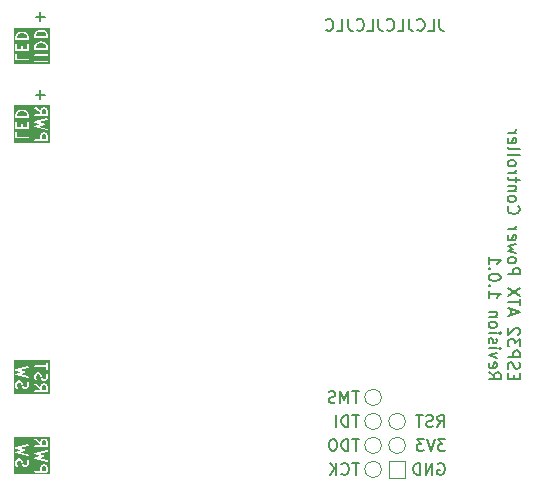
<source format=gbo>
%TF.GenerationSoftware,KiCad,Pcbnew,7.0.7*%
%TF.CreationDate,2024-02-05T14:32:18+01:00*%
%TF.ProjectId,esp-atx-power,6573702d-6174-4782-9d70-6f7765722e6b,1.0.1*%
%TF.SameCoordinates,PX6695f68PY7b6af88*%
%TF.FileFunction,Legend,Bot*%
%TF.FilePolarity,Positive*%
%FSLAX46Y46*%
G04 Gerber Fmt 4.6, Leading zero omitted, Abs format (unit mm)*
G04 Created by KiCad (PCBNEW 7.0.7) date 2024-02-05 14:32:18*
%MOMM*%
%LPD*%
G01*
G04 APERTURE LIST*
%ADD10C,0.154000*%
%ADD11C,0.120000*%
%ADD12C,2.700000*%
%ADD13R,1.700000X1.700000*%
%ADD14O,1.700000X1.700000*%
%ADD15C,0.650000*%
%ADD16O,2.100000X1.000000*%
%ADD17O,1.800000X1.000000*%
%ADD18C,1.000000*%
%ADD19R,1.000000X1.000000*%
G04 APERTURE END LIST*
D10*
X30170446Y9412159D02*
X29599018Y9412159D01*
X29884732Y8412159D02*
X29884732Y9412159D01*
X29265684Y8412159D02*
X29265684Y9412159D01*
X29265684Y9412159D02*
X28932351Y8697874D01*
X28932351Y8697874D02*
X28599018Y9412159D01*
X28599018Y9412159D02*
X28599018Y8412159D01*
X28170446Y8459778D02*
X28027589Y8412159D01*
X28027589Y8412159D02*
X27789494Y8412159D01*
X27789494Y8412159D02*
X27694256Y8459778D01*
X27694256Y8459778D02*
X27646637Y8507398D01*
X27646637Y8507398D02*
X27599018Y8602636D01*
X27599018Y8602636D02*
X27599018Y8697874D01*
X27599018Y8697874D02*
X27646637Y8793112D01*
X27646637Y8793112D02*
X27694256Y8840731D01*
X27694256Y8840731D02*
X27789494Y8888350D01*
X27789494Y8888350D02*
X27979970Y8935969D01*
X27979970Y8935969D02*
X28075208Y8983588D01*
X28075208Y8983588D02*
X28122827Y9031207D01*
X28122827Y9031207D02*
X28170446Y9126445D01*
X28170446Y9126445D02*
X28170446Y9221683D01*
X28170446Y9221683D02*
X28122827Y9316921D01*
X28122827Y9316921D02*
X28075208Y9364540D01*
X28075208Y9364540D02*
X27979970Y9412159D01*
X27979970Y9412159D02*
X27741875Y9412159D01*
X27741875Y9412159D02*
X27599018Y9364540D01*
G36*
X3498417Y38821065D02*
G01*
X3574920Y38782813D01*
X3648467Y38709266D01*
X3686388Y38595505D01*
X3686388Y38446906D01*
X2840388Y38446906D01*
X2840387Y38595507D01*
X2878309Y38709266D01*
X2951857Y38782813D01*
X3028359Y38821064D01*
X3201439Y38864334D01*
X3325338Y38864334D01*
X3498417Y38821065D01*
G37*
G36*
X1888417Y39654398D02*
G01*
X1964920Y39616146D01*
X2038467Y39542599D01*
X2076387Y39428838D01*
X2076388Y39280239D01*
X1230388Y39280239D01*
X1230388Y39428840D01*
X1268309Y39542599D01*
X1341857Y39616147D01*
X1418358Y39654397D01*
X1591439Y39697667D01*
X1715338Y39697667D01*
X1888417Y39654398D01*
G37*
G36*
X3498417Y39821065D02*
G01*
X3574920Y39782813D01*
X3648467Y39709266D01*
X3686388Y39595505D01*
X3686388Y39446906D01*
X2840388Y39446906D01*
X2840387Y39595507D01*
X2878309Y39709266D01*
X2951857Y39782813D01*
X3028359Y39821064D01*
X3201439Y39864334D01*
X3325338Y39864334D01*
X3498417Y39821065D01*
G37*
G36*
X3983245Y37102430D02*
G01*
X933531Y37102430D01*
X933531Y37335658D01*
X2687558Y37335658D01*
X2696704Y37283787D01*
X2737052Y37249931D01*
X2763388Y37245287D01*
X3763388Y37245287D01*
X3812883Y37263302D01*
X3839218Y37308916D01*
X3830072Y37360787D01*
X3789724Y37394643D01*
X3763388Y37399287D01*
X3364198Y37399287D01*
X3364198Y37816715D01*
X3763388Y37816715D01*
X3812883Y37834730D01*
X3839218Y37880344D01*
X3830072Y37932215D01*
X3789724Y37966071D01*
X3763388Y37970715D01*
X2763388Y37970715D01*
X2713893Y37952700D01*
X2687558Y37907086D01*
X2696704Y37855215D01*
X2737052Y37821359D01*
X2763388Y37816715D01*
X3210198Y37816715D01*
X3210198Y37399287D01*
X2763388Y37399287D01*
X2713893Y37381272D01*
X2687558Y37335658D01*
X933531Y37335658D01*
X933531Y37488953D01*
X1076388Y37488953D01*
X1083230Y37470155D01*
X1086704Y37450453D01*
X1092026Y37445987D01*
X1094403Y37439458D01*
X1111727Y37429456D01*
X1127052Y37416597D01*
X1137054Y37414834D01*
X1140017Y37413123D01*
X1143385Y37413717D01*
X1153388Y37411953D01*
X2153388Y37411953D01*
X2202883Y37429968D01*
X2229218Y37475582D01*
X2220072Y37527453D01*
X2179724Y37561309D01*
X2153388Y37565953D01*
X1230388Y37565953D01*
X1230388Y37965143D01*
X1212373Y38014638D01*
X1166759Y38040973D01*
X1114888Y38031827D01*
X1081032Y37991479D01*
X1076388Y37965143D01*
X1076388Y37488953D01*
X933531Y37488953D01*
X933531Y38298477D01*
X1076388Y38298477D01*
X1083230Y38279679D01*
X1086704Y38259977D01*
X1092026Y38255511D01*
X1094403Y38248982D01*
X1111727Y38238980D01*
X1127052Y38226121D01*
X1137054Y38224358D01*
X1140017Y38222647D01*
X1143385Y38223241D01*
X1153388Y38221477D01*
X2153388Y38221477D01*
X2172186Y38228320D01*
X2191888Y38231793D01*
X2196354Y38237116D01*
X2202883Y38239492D01*
X2212885Y38256817D01*
X2225744Y38272141D01*
X2227507Y38282144D01*
X2229218Y38285106D01*
X2228624Y38288475D01*
X2230388Y38298477D01*
X2230388Y38369906D01*
X2686388Y38369906D01*
X2693230Y38351108D01*
X2696704Y38331406D01*
X2702026Y38326940D01*
X2704403Y38320411D01*
X2721727Y38310409D01*
X2737052Y38297550D01*
X2747054Y38295787D01*
X2750017Y38294076D01*
X2753385Y38294670D01*
X2763388Y38292906D01*
X3763388Y38292906D01*
X3782186Y38299749D01*
X3801888Y38303222D01*
X3806354Y38308545D01*
X3812883Y38310921D01*
X3822885Y38328246D01*
X3835744Y38343570D01*
X3837507Y38353573D01*
X3839218Y38356535D01*
X3838624Y38359904D01*
X3840388Y38369906D01*
X3840388Y38608001D01*
X3839812Y38609582D01*
X3836436Y38632351D01*
X3788818Y38775208D01*
X3785956Y38778815D01*
X3785555Y38783399D01*
X3770216Y38805305D01*
X3674978Y38900543D01*
X3673456Y38901253D01*
X3654966Y38914967D01*
X3559728Y38962586D01*
X3556104Y38963004D01*
X3543968Y38968416D01*
X3353492Y39016035D01*
X3349951Y39015666D01*
X3334817Y39018334D01*
X3191960Y39018334D01*
X3188615Y39017117D01*
X3173285Y39016035D01*
X2982809Y38968416D01*
X2979787Y38966376D01*
X2967048Y38962586D01*
X2871811Y38914967D01*
X2870655Y38913747D01*
X2851799Y38900543D01*
X2756561Y38805305D01*
X2754615Y38801134D01*
X2750694Y38798724D01*
X2737960Y38775208D01*
X2690340Y38632351D01*
X2690385Y38630673D01*
X2686388Y38608001D01*
X2686388Y38369906D01*
X2230388Y38369906D01*
X2230388Y38774667D01*
X2212373Y38824162D01*
X2166759Y38850497D01*
X2114888Y38841351D01*
X2081032Y38801003D01*
X2076388Y38774667D01*
X2076388Y38375477D01*
X1754198Y38375477D01*
X1754198Y38631810D01*
X1736183Y38681305D01*
X1690569Y38707640D01*
X1638698Y38698494D01*
X1604842Y38658146D01*
X1600198Y38631810D01*
X1600198Y38375477D01*
X1230388Y38375477D01*
X1230388Y38774667D01*
X1212373Y38824162D01*
X1166759Y38850497D01*
X1114888Y38841351D01*
X1081032Y38801003D01*
X1076388Y38774667D01*
X1076388Y38298477D01*
X933531Y38298477D01*
X933531Y39203239D01*
X1076388Y39203239D01*
X1083230Y39184441D01*
X1086704Y39164739D01*
X1092026Y39160273D01*
X1094403Y39153744D01*
X1111727Y39143742D01*
X1127052Y39130883D01*
X1137054Y39129120D01*
X1140017Y39127409D01*
X1143385Y39128003D01*
X1153388Y39126239D01*
X2153388Y39126239D01*
X2172186Y39133082D01*
X2191888Y39136555D01*
X2196354Y39141878D01*
X2202883Y39144254D01*
X2212885Y39161579D01*
X2225744Y39176903D01*
X2227507Y39186906D01*
X2229218Y39189868D01*
X2228624Y39193237D01*
X2230388Y39203239D01*
X2230388Y39369906D01*
X2686388Y39369906D01*
X2693230Y39351108D01*
X2696704Y39331406D01*
X2702026Y39326940D01*
X2704403Y39320411D01*
X2721727Y39310409D01*
X2737052Y39297550D01*
X2747054Y39295787D01*
X2750017Y39294076D01*
X2753385Y39294670D01*
X2763388Y39292906D01*
X3763388Y39292906D01*
X3782186Y39299749D01*
X3801888Y39303222D01*
X3806354Y39308545D01*
X3812883Y39310921D01*
X3822885Y39328246D01*
X3835744Y39343570D01*
X3837507Y39353573D01*
X3839218Y39356535D01*
X3838624Y39359904D01*
X3840388Y39369906D01*
X3840388Y39608001D01*
X3839812Y39609582D01*
X3836436Y39632351D01*
X3788818Y39775208D01*
X3785956Y39778815D01*
X3785555Y39783399D01*
X3770216Y39805305D01*
X3674978Y39900543D01*
X3673456Y39901253D01*
X3654966Y39914967D01*
X3559728Y39962586D01*
X3556104Y39963004D01*
X3543968Y39968416D01*
X3353492Y40016035D01*
X3349951Y40015666D01*
X3334817Y40018334D01*
X3191960Y40018334D01*
X3188615Y40017117D01*
X3173285Y40016035D01*
X2982809Y39968416D01*
X2979787Y39966376D01*
X2967048Y39962586D01*
X2871811Y39914967D01*
X2870655Y39913747D01*
X2851799Y39900543D01*
X2756561Y39805305D01*
X2754615Y39801134D01*
X2750694Y39798724D01*
X2737960Y39775208D01*
X2690340Y39632351D01*
X2690385Y39630673D01*
X2686388Y39608001D01*
X2686388Y39369906D01*
X2230388Y39369906D01*
X2230388Y39441334D01*
X2229812Y39442915D01*
X2226436Y39465684D01*
X2178818Y39608541D01*
X2175956Y39612148D01*
X2175555Y39616732D01*
X2160216Y39638638D01*
X2064978Y39733876D01*
X2063456Y39734586D01*
X2044966Y39748300D01*
X1949728Y39795919D01*
X1946104Y39796337D01*
X1933968Y39801749D01*
X1743492Y39849368D01*
X1739951Y39848999D01*
X1724817Y39851667D01*
X1581960Y39851667D01*
X1578615Y39850450D01*
X1563285Y39849368D01*
X1372809Y39801749D01*
X1369787Y39799709D01*
X1357048Y39795919D01*
X1261811Y39748300D01*
X1260655Y39747080D01*
X1241799Y39733876D01*
X1146561Y39638638D01*
X1144615Y39634467D01*
X1140694Y39632057D01*
X1127960Y39608541D01*
X1080340Y39465684D01*
X1080385Y39464006D01*
X1076388Y39441334D01*
X1076388Y39203239D01*
X933531Y39203239D01*
X933531Y40161191D01*
X3983245Y40161191D01*
X3983245Y37102430D01*
G37*
X3178341Y34121411D02*
X3178341Y34883315D01*
X2797388Y34502363D02*
X3559293Y34502363D01*
X30170446Y3316159D02*
X29599018Y3316159D01*
X29884732Y2316159D02*
X29884732Y3316159D01*
X28694256Y2411398D02*
X28741875Y2363778D01*
X28741875Y2363778D02*
X28884732Y2316159D01*
X28884732Y2316159D02*
X28979970Y2316159D01*
X28979970Y2316159D02*
X29122827Y2363778D01*
X29122827Y2363778D02*
X29218065Y2459017D01*
X29218065Y2459017D02*
X29265684Y2554255D01*
X29265684Y2554255D02*
X29313303Y2744731D01*
X29313303Y2744731D02*
X29313303Y2887588D01*
X29313303Y2887588D02*
X29265684Y3078064D01*
X29265684Y3078064D02*
X29218065Y3173302D01*
X29218065Y3173302D02*
X29122827Y3268540D01*
X29122827Y3268540D02*
X28979970Y3316159D01*
X28979970Y3316159D02*
X28884732Y3316159D01*
X28884732Y3316159D02*
X28741875Y3268540D01*
X28741875Y3268540D02*
X28694256Y3220921D01*
X28265684Y2316159D02*
X28265684Y3316159D01*
X27694256Y2316159D02*
X28122827Y2887588D01*
X27694256Y3316159D02*
X28265684Y2744731D01*
X37488827Y5348159D02*
X36869780Y5348159D01*
X36869780Y5348159D02*
X37203113Y4967207D01*
X37203113Y4967207D02*
X37060256Y4967207D01*
X37060256Y4967207D02*
X36965018Y4919588D01*
X36965018Y4919588D02*
X36917399Y4871969D01*
X36917399Y4871969D02*
X36869780Y4776731D01*
X36869780Y4776731D02*
X36869780Y4538636D01*
X36869780Y4538636D02*
X36917399Y4443398D01*
X36917399Y4443398D02*
X36965018Y4395778D01*
X36965018Y4395778D02*
X37060256Y4348159D01*
X37060256Y4348159D02*
X37345970Y4348159D01*
X37345970Y4348159D02*
X37441208Y4395778D01*
X37441208Y4395778D02*
X37488827Y4443398D01*
X36584065Y5348159D02*
X36250732Y4348159D01*
X36250732Y4348159D02*
X35917399Y5348159D01*
X35679303Y5348159D02*
X35060256Y5348159D01*
X35060256Y5348159D02*
X35393589Y4967207D01*
X35393589Y4967207D02*
X35250732Y4967207D01*
X35250732Y4967207D02*
X35155494Y4919588D01*
X35155494Y4919588D02*
X35107875Y4871969D01*
X35107875Y4871969D02*
X35060256Y4776731D01*
X35060256Y4776731D02*
X35060256Y4538636D01*
X35060256Y4538636D02*
X35107875Y4443398D01*
X35107875Y4443398D02*
X35155494Y4395778D01*
X35155494Y4395778D02*
X35250732Y4348159D01*
X35250732Y4348159D02*
X35536446Y4348159D01*
X35536446Y4348159D02*
X35631684Y4395778D01*
X35631684Y4395778D02*
X35679303Y4443398D01*
X43299198Y10435911D02*
X43299198Y10769244D01*
X42775388Y10912101D02*
X42775388Y10435911D01*
X42775388Y10435911D02*
X43775388Y10435911D01*
X43775388Y10435911D02*
X43775388Y10912101D01*
X42823008Y11293054D02*
X42775388Y11435911D01*
X42775388Y11435911D02*
X42775388Y11674006D01*
X42775388Y11674006D02*
X42823008Y11769244D01*
X42823008Y11769244D02*
X42870627Y11816863D01*
X42870627Y11816863D02*
X42965865Y11864482D01*
X42965865Y11864482D02*
X43061103Y11864482D01*
X43061103Y11864482D02*
X43156341Y11816863D01*
X43156341Y11816863D02*
X43203960Y11769244D01*
X43203960Y11769244D02*
X43251579Y11674006D01*
X43251579Y11674006D02*
X43299198Y11483530D01*
X43299198Y11483530D02*
X43346817Y11388292D01*
X43346817Y11388292D02*
X43394436Y11340673D01*
X43394436Y11340673D02*
X43489674Y11293054D01*
X43489674Y11293054D02*
X43584912Y11293054D01*
X43584912Y11293054D02*
X43680150Y11340673D01*
X43680150Y11340673D02*
X43727769Y11388292D01*
X43727769Y11388292D02*
X43775388Y11483530D01*
X43775388Y11483530D02*
X43775388Y11721625D01*
X43775388Y11721625D02*
X43727769Y11864482D01*
X42775388Y12293054D02*
X43775388Y12293054D01*
X43775388Y12293054D02*
X43775388Y12674006D01*
X43775388Y12674006D02*
X43727769Y12769244D01*
X43727769Y12769244D02*
X43680150Y12816863D01*
X43680150Y12816863D02*
X43584912Y12864482D01*
X43584912Y12864482D02*
X43442055Y12864482D01*
X43442055Y12864482D02*
X43346817Y12816863D01*
X43346817Y12816863D02*
X43299198Y12769244D01*
X43299198Y12769244D02*
X43251579Y12674006D01*
X43251579Y12674006D02*
X43251579Y12293054D01*
X43775388Y13197816D02*
X43775388Y13816863D01*
X43775388Y13816863D02*
X43394436Y13483530D01*
X43394436Y13483530D02*
X43394436Y13626387D01*
X43394436Y13626387D02*
X43346817Y13721625D01*
X43346817Y13721625D02*
X43299198Y13769244D01*
X43299198Y13769244D02*
X43203960Y13816863D01*
X43203960Y13816863D02*
X42965865Y13816863D01*
X42965865Y13816863D02*
X42870627Y13769244D01*
X42870627Y13769244D02*
X42823008Y13721625D01*
X42823008Y13721625D02*
X42775388Y13626387D01*
X42775388Y13626387D02*
X42775388Y13340673D01*
X42775388Y13340673D02*
X42823008Y13245435D01*
X42823008Y13245435D02*
X42870627Y13197816D01*
X43680150Y14197816D02*
X43727769Y14245435D01*
X43727769Y14245435D02*
X43775388Y14340673D01*
X43775388Y14340673D02*
X43775388Y14578768D01*
X43775388Y14578768D02*
X43727769Y14674006D01*
X43727769Y14674006D02*
X43680150Y14721625D01*
X43680150Y14721625D02*
X43584912Y14769244D01*
X43584912Y14769244D02*
X43489674Y14769244D01*
X43489674Y14769244D02*
X43346817Y14721625D01*
X43346817Y14721625D02*
X42775388Y14150197D01*
X42775388Y14150197D02*
X42775388Y14769244D01*
X43061103Y15912102D02*
X43061103Y16388292D01*
X42775388Y15816864D02*
X43775388Y16150197D01*
X43775388Y16150197D02*
X42775388Y16483530D01*
X43775388Y16674007D02*
X43775388Y17245435D01*
X42775388Y16959721D02*
X43775388Y16959721D01*
X43775388Y17483531D02*
X42775388Y18150197D01*
X43775388Y18150197D02*
X42775388Y17483531D01*
X42775388Y19293055D02*
X43775388Y19293055D01*
X43775388Y19293055D02*
X43775388Y19674007D01*
X43775388Y19674007D02*
X43727769Y19769245D01*
X43727769Y19769245D02*
X43680150Y19816864D01*
X43680150Y19816864D02*
X43584912Y19864483D01*
X43584912Y19864483D02*
X43442055Y19864483D01*
X43442055Y19864483D02*
X43346817Y19816864D01*
X43346817Y19816864D02*
X43299198Y19769245D01*
X43299198Y19769245D02*
X43251579Y19674007D01*
X43251579Y19674007D02*
X43251579Y19293055D01*
X42775388Y20435912D02*
X42823008Y20340674D01*
X42823008Y20340674D02*
X42870627Y20293055D01*
X42870627Y20293055D02*
X42965865Y20245436D01*
X42965865Y20245436D02*
X43251579Y20245436D01*
X43251579Y20245436D02*
X43346817Y20293055D01*
X43346817Y20293055D02*
X43394436Y20340674D01*
X43394436Y20340674D02*
X43442055Y20435912D01*
X43442055Y20435912D02*
X43442055Y20578769D01*
X43442055Y20578769D02*
X43394436Y20674007D01*
X43394436Y20674007D02*
X43346817Y20721626D01*
X43346817Y20721626D02*
X43251579Y20769245D01*
X43251579Y20769245D02*
X42965865Y20769245D01*
X42965865Y20769245D02*
X42870627Y20721626D01*
X42870627Y20721626D02*
X42823008Y20674007D01*
X42823008Y20674007D02*
X42775388Y20578769D01*
X42775388Y20578769D02*
X42775388Y20435912D01*
X43442055Y21102579D02*
X42775388Y21293055D01*
X42775388Y21293055D02*
X43251579Y21483531D01*
X43251579Y21483531D02*
X42775388Y21674007D01*
X42775388Y21674007D02*
X43442055Y21864483D01*
X42823008Y22626388D02*
X42775388Y22531150D01*
X42775388Y22531150D02*
X42775388Y22340674D01*
X42775388Y22340674D02*
X42823008Y22245436D01*
X42823008Y22245436D02*
X42918246Y22197817D01*
X42918246Y22197817D02*
X43299198Y22197817D01*
X43299198Y22197817D02*
X43394436Y22245436D01*
X43394436Y22245436D02*
X43442055Y22340674D01*
X43442055Y22340674D02*
X43442055Y22531150D01*
X43442055Y22531150D02*
X43394436Y22626388D01*
X43394436Y22626388D02*
X43299198Y22674007D01*
X43299198Y22674007D02*
X43203960Y22674007D01*
X43203960Y22674007D02*
X43108722Y22197817D01*
X42775388Y23102579D02*
X43442055Y23102579D01*
X43251579Y23102579D02*
X43346817Y23150198D01*
X43346817Y23150198D02*
X43394436Y23197817D01*
X43394436Y23197817D02*
X43442055Y23293055D01*
X43442055Y23293055D02*
X43442055Y23388293D01*
X42870627Y25054960D02*
X42823008Y25007341D01*
X42823008Y25007341D02*
X42775388Y24864484D01*
X42775388Y24864484D02*
X42775388Y24769246D01*
X42775388Y24769246D02*
X42823008Y24626389D01*
X42823008Y24626389D02*
X42918246Y24531151D01*
X42918246Y24531151D02*
X43013484Y24483532D01*
X43013484Y24483532D02*
X43203960Y24435913D01*
X43203960Y24435913D02*
X43346817Y24435913D01*
X43346817Y24435913D02*
X43537293Y24483532D01*
X43537293Y24483532D02*
X43632531Y24531151D01*
X43632531Y24531151D02*
X43727769Y24626389D01*
X43727769Y24626389D02*
X43775388Y24769246D01*
X43775388Y24769246D02*
X43775388Y24864484D01*
X43775388Y24864484D02*
X43727769Y25007341D01*
X43727769Y25007341D02*
X43680150Y25054960D01*
X42775388Y25626389D02*
X42823008Y25531151D01*
X42823008Y25531151D02*
X42870627Y25483532D01*
X42870627Y25483532D02*
X42965865Y25435913D01*
X42965865Y25435913D02*
X43251579Y25435913D01*
X43251579Y25435913D02*
X43346817Y25483532D01*
X43346817Y25483532D02*
X43394436Y25531151D01*
X43394436Y25531151D02*
X43442055Y25626389D01*
X43442055Y25626389D02*
X43442055Y25769246D01*
X43442055Y25769246D02*
X43394436Y25864484D01*
X43394436Y25864484D02*
X43346817Y25912103D01*
X43346817Y25912103D02*
X43251579Y25959722D01*
X43251579Y25959722D02*
X42965865Y25959722D01*
X42965865Y25959722D02*
X42870627Y25912103D01*
X42870627Y25912103D02*
X42823008Y25864484D01*
X42823008Y25864484D02*
X42775388Y25769246D01*
X42775388Y25769246D02*
X42775388Y25626389D01*
X43442055Y26388294D02*
X42775388Y26388294D01*
X43346817Y26388294D02*
X43394436Y26435913D01*
X43394436Y26435913D02*
X43442055Y26531151D01*
X43442055Y26531151D02*
X43442055Y26674008D01*
X43442055Y26674008D02*
X43394436Y26769246D01*
X43394436Y26769246D02*
X43299198Y26816865D01*
X43299198Y26816865D02*
X42775388Y26816865D01*
X43442055Y27150199D02*
X43442055Y27531151D01*
X43775388Y27293056D02*
X42918246Y27293056D01*
X42918246Y27293056D02*
X42823008Y27340675D01*
X42823008Y27340675D02*
X42775388Y27435913D01*
X42775388Y27435913D02*
X42775388Y27531151D01*
X42775388Y27864485D02*
X43442055Y27864485D01*
X43251579Y27864485D02*
X43346817Y27912104D01*
X43346817Y27912104D02*
X43394436Y27959723D01*
X43394436Y27959723D02*
X43442055Y28054961D01*
X43442055Y28054961D02*
X43442055Y28150199D01*
X42775388Y28626390D02*
X42823008Y28531152D01*
X42823008Y28531152D02*
X42870627Y28483533D01*
X42870627Y28483533D02*
X42965865Y28435914D01*
X42965865Y28435914D02*
X43251579Y28435914D01*
X43251579Y28435914D02*
X43346817Y28483533D01*
X43346817Y28483533D02*
X43394436Y28531152D01*
X43394436Y28531152D02*
X43442055Y28626390D01*
X43442055Y28626390D02*
X43442055Y28769247D01*
X43442055Y28769247D02*
X43394436Y28864485D01*
X43394436Y28864485D02*
X43346817Y28912104D01*
X43346817Y28912104D02*
X43251579Y28959723D01*
X43251579Y28959723D02*
X42965865Y28959723D01*
X42965865Y28959723D02*
X42870627Y28912104D01*
X42870627Y28912104D02*
X42823008Y28864485D01*
X42823008Y28864485D02*
X42775388Y28769247D01*
X42775388Y28769247D02*
X42775388Y28626390D01*
X42775388Y29531152D02*
X42823008Y29435914D01*
X42823008Y29435914D02*
X42918246Y29388295D01*
X42918246Y29388295D02*
X43775388Y29388295D01*
X42775388Y30054962D02*
X42823008Y29959724D01*
X42823008Y29959724D02*
X42918246Y29912105D01*
X42918246Y29912105D02*
X43775388Y29912105D01*
X42823008Y30816867D02*
X42775388Y30721629D01*
X42775388Y30721629D02*
X42775388Y30531153D01*
X42775388Y30531153D02*
X42823008Y30435915D01*
X42823008Y30435915D02*
X42918246Y30388296D01*
X42918246Y30388296D02*
X43299198Y30388296D01*
X43299198Y30388296D02*
X43394436Y30435915D01*
X43394436Y30435915D02*
X43442055Y30531153D01*
X43442055Y30531153D02*
X43442055Y30721629D01*
X43442055Y30721629D02*
X43394436Y30816867D01*
X43394436Y30816867D02*
X43299198Y30864486D01*
X43299198Y30864486D02*
X43203960Y30864486D01*
X43203960Y30864486D02*
X43108722Y30388296D01*
X42775388Y31293058D02*
X43442055Y31293058D01*
X43251579Y31293058D02*
X43346817Y31340677D01*
X43346817Y31340677D02*
X43394436Y31388296D01*
X43394436Y31388296D02*
X43442055Y31483534D01*
X43442055Y31483534D02*
X43442055Y31578772D01*
X41165388Y11007339D02*
X41641579Y10674006D01*
X41165388Y10435911D02*
X42165388Y10435911D01*
X42165388Y10435911D02*
X42165388Y10816863D01*
X42165388Y10816863D02*
X42117769Y10912101D01*
X42117769Y10912101D02*
X42070150Y10959720D01*
X42070150Y10959720D02*
X41974912Y11007339D01*
X41974912Y11007339D02*
X41832055Y11007339D01*
X41832055Y11007339D02*
X41736817Y10959720D01*
X41736817Y10959720D02*
X41689198Y10912101D01*
X41689198Y10912101D02*
X41641579Y10816863D01*
X41641579Y10816863D02*
X41641579Y10435911D01*
X41213008Y11816863D02*
X41165388Y11721625D01*
X41165388Y11721625D02*
X41165388Y11531149D01*
X41165388Y11531149D02*
X41213008Y11435911D01*
X41213008Y11435911D02*
X41308246Y11388292D01*
X41308246Y11388292D02*
X41689198Y11388292D01*
X41689198Y11388292D02*
X41784436Y11435911D01*
X41784436Y11435911D02*
X41832055Y11531149D01*
X41832055Y11531149D02*
X41832055Y11721625D01*
X41832055Y11721625D02*
X41784436Y11816863D01*
X41784436Y11816863D02*
X41689198Y11864482D01*
X41689198Y11864482D02*
X41593960Y11864482D01*
X41593960Y11864482D02*
X41498722Y11388292D01*
X41832055Y12197816D02*
X41165388Y12435911D01*
X41165388Y12435911D02*
X41832055Y12674006D01*
X41165388Y13054959D02*
X41832055Y13054959D01*
X42165388Y13054959D02*
X42117769Y13007340D01*
X42117769Y13007340D02*
X42070150Y13054959D01*
X42070150Y13054959D02*
X42117769Y13102578D01*
X42117769Y13102578D02*
X42165388Y13054959D01*
X42165388Y13054959D02*
X42070150Y13054959D01*
X41213008Y13483530D02*
X41165388Y13578768D01*
X41165388Y13578768D02*
X41165388Y13769244D01*
X41165388Y13769244D02*
X41213008Y13864482D01*
X41213008Y13864482D02*
X41308246Y13912101D01*
X41308246Y13912101D02*
X41355865Y13912101D01*
X41355865Y13912101D02*
X41451103Y13864482D01*
X41451103Y13864482D02*
X41498722Y13769244D01*
X41498722Y13769244D02*
X41498722Y13626387D01*
X41498722Y13626387D02*
X41546341Y13531149D01*
X41546341Y13531149D02*
X41641579Y13483530D01*
X41641579Y13483530D02*
X41689198Y13483530D01*
X41689198Y13483530D02*
X41784436Y13531149D01*
X41784436Y13531149D02*
X41832055Y13626387D01*
X41832055Y13626387D02*
X41832055Y13769244D01*
X41832055Y13769244D02*
X41784436Y13864482D01*
X41165388Y14340673D02*
X41832055Y14340673D01*
X42165388Y14340673D02*
X42117769Y14293054D01*
X42117769Y14293054D02*
X42070150Y14340673D01*
X42070150Y14340673D02*
X42117769Y14388292D01*
X42117769Y14388292D02*
X42165388Y14340673D01*
X42165388Y14340673D02*
X42070150Y14340673D01*
X41165388Y14959720D02*
X41213008Y14864482D01*
X41213008Y14864482D02*
X41260627Y14816863D01*
X41260627Y14816863D02*
X41355865Y14769244D01*
X41355865Y14769244D02*
X41641579Y14769244D01*
X41641579Y14769244D02*
X41736817Y14816863D01*
X41736817Y14816863D02*
X41784436Y14864482D01*
X41784436Y14864482D02*
X41832055Y14959720D01*
X41832055Y14959720D02*
X41832055Y15102577D01*
X41832055Y15102577D02*
X41784436Y15197815D01*
X41784436Y15197815D02*
X41736817Y15245434D01*
X41736817Y15245434D02*
X41641579Y15293053D01*
X41641579Y15293053D02*
X41355865Y15293053D01*
X41355865Y15293053D02*
X41260627Y15245434D01*
X41260627Y15245434D02*
X41213008Y15197815D01*
X41213008Y15197815D02*
X41165388Y15102577D01*
X41165388Y15102577D02*
X41165388Y14959720D01*
X41832055Y15721625D02*
X41165388Y15721625D01*
X41736817Y15721625D02*
X41784436Y15769244D01*
X41784436Y15769244D02*
X41832055Y15864482D01*
X41832055Y15864482D02*
X41832055Y16007339D01*
X41832055Y16007339D02*
X41784436Y16102577D01*
X41784436Y16102577D02*
X41689198Y16150196D01*
X41689198Y16150196D02*
X41165388Y16150196D01*
X41165388Y17912101D02*
X41165388Y17340673D01*
X41165388Y17626387D02*
X42165388Y17626387D01*
X42165388Y17626387D02*
X42022531Y17531149D01*
X42022531Y17531149D02*
X41927293Y17435911D01*
X41927293Y17435911D02*
X41879674Y17340673D01*
X41260627Y18340673D02*
X41213008Y18388292D01*
X41213008Y18388292D02*
X41165388Y18340673D01*
X41165388Y18340673D02*
X41213008Y18293054D01*
X41213008Y18293054D02*
X41260627Y18340673D01*
X41260627Y18340673D02*
X41165388Y18340673D01*
X42165388Y19007339D02*
X42165388Y19102577D01*
X42165388Y19102577D02*
X42117769Y19197815D01*
X42117769Y19197815D02*
X42070150Y19245434D01*
X42070150Y19245434D02*
X41974912Y19293053D01*
X41974912Y19293053D02*
X41784436Y19340672D01*
X41784436Y19340672D02*
X41546341Y19340672D01*
X41546341Y19340672D02*
X41355865Y19293053D01*
X41355865Y19293053D02*
X41260627Y19245434D01*
X41260627Y19245434D02*
X41213008Y19197815D01*
X41213008Y19197815D02*
X41165388Y19102577D01*
X41165388Y19102577D02*
X41165388Y19007339D01*
X41165388Y19007339D02*
X41213008Y18912101D01*
X41213008Y18912101D02*
X41260627Y18864482D01*
X41260627Y18864482D02*
X41355865Y18816863D01*
X41355865Y18816863D02*
X41546341Y18769244D01*
X41546341Y18769244D02*
X41784436Y18769244D01*
X41784436Y18769244D02*
X41974912Y18816863D01*
X41974912Y18816863D02*
X42070150Y18864482D01*
X42070150Y18864482D02*
X42117769Y18912101D01*
X42117769Y18912101D02*
X42165388Y19007339D01*
X41260627Y19769244D02*
X41213008Y19816863D01*
X41213008Y19816863D02*
X41165388Y19769244D01*
X41165388Y19769244D02*
X41213008Y19721625D01*
X41213008Y19721625D02*
X41260627Y19769244D01*
X41260627Y19769244D02*
X41165388Y19769244D01*
X41165388Y20769243D02*
X41165388Y20197815D01*
X41165388Y20483529D02*
X42165388Y20483529D01*
X42165388Y20483529D02*
X42022531Y20388291D01*
X42022531Y20388291D02*
X41927293Y20293053D01*
X41927293Y20293053D02*
X41879674Y20197815D01*
X30170446Y5348159D02*
X29599018Y5348159D01*
X29884732Y4348159D02*
X29884732Y5348159D01*
X29265684Y4348159D02*
X29265684Y5348159D01*
X29265684Y5348159D02*
X29027589Y5348159D01*
X29027589Y5348159D02*
X28884732Y5300540D01*
X28884732Y5300540D02*
X28789494Y5205302D01*
X28789494Y5205302D02*
X28741875Y5110064D01*
X28741875Y5110064D02*
X28694256Y4919588D01*
X28694256Y4919588D02*
X28694256Y4776731D01*
X28694256Y4776731D02*
X28741875Y4586255D01*
X28741875Y4586255D02*
X28789494Y4491017D01*
X28789494Y4491017D02*
X28884732Y4395778D01*
X28884732Y4395778D02*
X29027589Y4348159D01*
X29027589Y4348159D02*
X29265684Y4348159D01*
X28075208Y5348159D02*
X27884732Y5348159D01*
X27884732Y5348159D02*
X27789494Y5300540D01*
X27789494Y5300540D02*
X27694256Y5205302D01*
X27694256Y5205302D02*
X27646637Y5014826D01*
X27646637Y5014826D02*
X27646637Y4681493D01*
X27646637Y4681493D02*
X27694256Y4491017D01*
X27694256Y4491017D02*
X27789494Y4395778D01*
X27789494Y4395778D02*
X27884732Y4348159D01*
X27884732Y4348159D02*
X28075208Y4348159D01*
X28075208Y4348159D02*
X28170446Y4395778D01*
X28170446Y4395778D02*
X28265684Y4491017D01*
X28265684Y4491017D02*
X28313303Y4681493D01*
X28313303Y4681493D02*
X28313303Y5014826D01*
X28313303Y5014826D02*
X28265684Y5205302D01*
X28265684Y5205302D02*
X28170446Y5300540D01*
X28170446Y5300540D02*
X28075208Y5348159D01*
X36822161Y6380159D02*
X37155494Y6856350D01*
X37393589Y6380159D02*
X37393589Y7380159D01*
X37393589Y7380159D02*
X37012637Y7380159D01*
X37012637Y7380159D02*
X36917399Y7332540D01*
X36917399Y7332540D02*
X36869780Y7284921D01*
X36869780Y7284921D02*
X36822161Y7189683D01*
X36822161Y7189683D02*
X36822161Y7046826D01*
X36822161Y7046826D02*
X36869780Y6951588D01*
X36869780Y6951588D02*
X36917399Y6903969D01*
X36917399Y6903969D02*
X37012637Y6856350D01*
X37012637Y6856350D02*
X37393589Y6856350D01*
X36441208Y6427778D02*
X36298351Y6380159D01*
X36298351Y6380159D02*
X36060256Y6380159D01*
X36060256Y6380159D02*
X35965018Y6427778D01*
X35965018Y6427778D02*
X35917399Y6475398D01*
X35917399Y6475398D02*
X35869780Y6570636D01*
X35869780Y6570636D02*
X35869780Y6665874D01*
X35869780Y6665874D02*
X35917399Y6761112D01*
X35917399Y6761112D02*
X35965018Y6808731D01*
X35965018Y6808731D02*
X36060256Y6856350D01*
X36060256Y6856350D02*
X36250732Y6903969D01*
X36250732Y6903969D02*
X36345970Y6951588D01*
X36345970Y6951588D02*
X36393589Y6999207D01*
X36393589Y6999207D02*
X36441208Y7094445D01*
X36441208Y7094445D02*
X36441208Y7189683D01*
X36441208Y7189683D02*
X36393589Y7284921D01*
X36393589Y7284921D02*
X36345970Y7332540D01*
X36345970Y7332540D02*
X36250732Y7380159D01*
X36250732Y7380159D02*
X36012637Y7380159D01*
X36012637Y7380159D02*
X35869780Y7332540D01*
X35584065Y7380159D02*
X35012637Y7380159D01*
X35298351Y6380159D02*
X35298351Y7380159D01*
G36*
X3622539Y9882479D02*
G01*
X3652486Y9852531D01*
X3686388Y9784728D01*
X3686388Y9498953D01*
X3316579Y9498953D01*
X3316579Y9784728D01*
X3350481Y9852533D01*
X3380429Y9882480D01*
X3448232Y9916381D01*
X3554735Y9916381D01*
X3622539Y9882479D01*
G37*
G36*
X3983245Y9202096D02*
G01*
X933531Y9202096D01*
X933531Y9826715D01*
X1076388Y9826715D01*
X1076963Y9825135D01*
X1080340Y9802365D01*
X1127960Y9659508D01*
X1160702Y9618250D01*
X1212303Y9607691D01*
X1258620Y9632771D01*
X1277979Y9681755D01*
X1274057Y9708208D01*
X1230388Y9839210D01*
X1230388Y10046632D01*
X1264291Y10114438D01*
X1294239Y10144385D01*
X1362042Y10178286D01*
X1420926Y10178286D01*
X1488730Y10144384D01*
X1518677Y10114436D01*
X1556928Y10037935D01*
X1602497Y9855659D01*
X1604538Y9852637D01*
X1608327Y9839899D01*
X1655946Y9744661D01*
X1657166Y9743506D01*
X1670370Y9724649D01*
X1717988Y9677030D01*
X1719514Y9676318D01*
X1738001Y9662606D01*
X1833238Y9614987D01*
X1837811Y9614461D01*
X1841338Y9611502D01*
X1867674Y9606858D01*
X1962912Y9606858D01*
X1967237Y9608433D01*
X1971715Y9607363D01*
X1997347Y9614987D01*
X2092585Y9662606D01*
X2093740Y9663827D01*
X2112597Y9677030D01*
X2160216Y9724648D01*
X2160928Y9726175D01*
X2174640Y9744661D01*
X2222259Y9839898D01*
X2222785Y9844472D01*
X2225744Y9847998D01*
X2230388Y9874334D01*
X2230388Y10000081D01*
X2686680Y10000081D01*
X2700319Y9949207D01*
X2719231Y9930300D01*
X3162579Y9619958D01*
X3162579Y9498953D01*
X2763388Y9498953D01*
X2713893Y9480938D01*
X2687558Y9435324D01*
X2696704Y9383453D01*
X2737052Y9349597D01*
X2763388Y9344953D01*
X3763388Y9344953D01*
X3782186Y9351796D01*
X3801888Y9355269D01*
X3806354Y9360592D01*
X3812883Y9362968D01*
X3822885Y9380293D01*
X3835744Y9395617D01*
X3837507Y9405620D01*
X3839218Y9408582D01*
X3838624Y9411951D01*
X3840388Y9421953D01*
X3840388Y9802905D01*
X3838813Y9807231D01*
X3839883Y9811708D01*
X3832259Y9837341D01*
X3784640Y9932578D01*
X3783417Y9933736D01*
X3770216Y9952591D01*
X3722597Y10000209D01*
X3721075Y10000919D01*
X3702585Y10014633D01*
X3607347Y10062252D01*
X3602774Y10062779D01*
X3599248Y10065737D01*
X3572912Y10070381D01*
X3430055Y10070381D01*
X3425729Y10068807D01*
X3421252Y10069876D01*
X3395619Y10062252D01*
X3300382Y10014633D01*
X3299224Y10013411D01*
X3280369Y10000209D01*
X3232751Y9952590D01*
X3232041Y9951069D01*
X3218327Y9932578D01*
X3170708Y9837340D01*
X3170181Y9832768D01*
X3167223Y9829241D01*
X3163369Y9807386D01*
X2807545Y10056462D01*
X2756666Y10070087D01*
X2708933Y10047821D01*
X2686680Y10000081D01*
X2230388Y10000081D01*
X2230388Y10112429D01*
X2229812Y10114010D01*
X2226436Y10136779D01*
X2178818Y10279636D01*
X2146075Y10320894D01*
X2094474Y10331453D01*
X2048157Y10306373D01*
X2028798Y10257390D01*
X2032720Y10230936D01*
X2076387Y10099933D01*
X2076387Y9892511D01*
X2042486Y9824709D01*
X2012539Y9794761D01*
X1944735Y9760858D01*
X1885851Y9760858D01*
X1818048Y9794760D01*
X1788100Y9824707D01*
X1749848Y9901210D01*
X1704280Y10083485D01*
X1702239Y10086507D01*
X1698450Y10099246D01*
X1650831Y10194483D01*
X1649608Y10195641D01*
X1636407Y10214496D01*
X1588788Y10262114D01*
X1587266Y10262824D01*
X1568776Y10276538D01*
X1473538Y10324157D01*
X1468965Y10324684D01*
X1465439Y10327642D01*
X1439103Y10332286D01*
X1343865Y10332286D01*
X1339539Y10330712D01*
X1335062Y10331781D01*
X1309429Y10324157D01*
X1214192Y10276538D01*
X1213034Y10275316D01*
X1194179Y10262114D01*
X1146561Y10214495D01*
X1145851Y10212974D01*
X1132137Y10194484D01*
X1084517Y10099246D01*
X1083990Y10094672D01*
X1081032Y10091146D01*
X1076388Y10064810D01*
X1076388Y9826715D01*
X933531Y9826715D01*
X933531Y11203111D01*
X1076523Y11203111D01*
X1079730Y11195697D01*
X1079036Y11187649D01*
X1089916Y11172150D01*
X1097435Y11154769D01*
X1104656Y11151152D01*
X1109298Y11144540D01*
X1133548Y11133267D01*
X1568833Y11017191D01*
X1133548Y10901115D01*
X1126925Y10896490D01*
X1118901Y10895560D01*
X1105890Y10881798D01*
X1090366Y10870955D01*
X1088266Y10863156D01*
X1082717Y10857286D01*
X1081596Y10838383D01*
X1076673Y10820096D01*
X1080078Y10812772D01*
X1079600Y10804707D01*
X1090893Y10789505D01*
X1098876Y10772333D01*
X1106192Y10768911D01*
X1111009Y10762427D01*
X1135553Y10751809D01*
X2135553Y10513714D01*
X2165568Y10517191D01*
X2686388Y10517191D01*
X2686963Y10515611D01*
X2690340Y10492841D01*
X2737960Y10349984D01*
X2770702Y10308726D01*
X2822303Y10298167D01*
X2868620Y10323247D01*
X2887979Y10372231D01*
X2884057Y10398684D01*
X2840387Y10529686D01*
X2840388Y10737108D01*
X2874291Y10804914D01*
X2904239Y10834861D01*
X2972042Y10868762D01*
X3030926Y10868762D01*
X3098730Y10834860D01*
X3128677Y10804912D01*
X3166928Y10728411D01*
X3212497Y10546135D01*
X3214538Y10543113D01*
X3218327Y10530375D01*
X3265946Y10435137D01*
X3267166Y10433982D01*
X3280370Y10415125D01*
X3327988Y10367506D01*
X3329514Y10366794D01*
X3348001Y10353082D01*
X3443238Y10305463D01*
X3447811Y10304937D01*
X3451338Y10301978D01*
X3477674Y10297334D01*
X3572912Y10297334D01*
X3577237Y10298909D01*
X3581715Y10297839D01*
X3607347Y10305463D01*
X3702585Y10353082D01*
X3703740Y10354303D01*
X3722597Y10367506D01*
X3770216Y10415124D01*
X3770928Y10416651D01*
X3784640Y10435137D01*
X3832259Y10530374D01*
X3832785Y10534948D01*
X3835744Y10538474D01*
X3840388Y10564810D01*
X3840388Y10802905D01*
X3839812Y10804486D01*
X3836436Y10827255D01*
X3788818Y10970112D01*
X3756075Y11011370D01*
X3704474Y11021929D01*
X3658157Y10996849D01*
X3638798Y10947866D01*
X3642720Y10921412D01*
X3686388Y10790409D01*
X3686388Y10582987D01*
X3652486Y10515185D01*
X3622539Y10485237D01*
X3554735Y10451334D01*
X3495851Y10451334D01*
X3428048Y10485236D01*
X3398100Y10515183D01*
X3359848Y10591686D01*
X3314280Y10773961D01*
X3312239Y10776983D01*
X3308450Y10789722D01*
X3260831Y10884959D01*
X3259608Y10886117D01*
X3246407Y10904972D01*
X3198788Y10952590D01*
X3197266Y10953300D01*
X3178776Y10967014D01*
X3083538Y11014633D01*
X3078965Y11015160D01*
X3075439Y11018118D01*
X3049103Y11022762D01*
X2953865Y11022762D01*
X2949539Y11021188D01*
X2945062Y11022257D01*
X2919429Y11014633D01*
X2824192Y10967014D01*
X2823034Y10965792D01*
X2804179Y10952590D01*
X2756561Y10904971D01*
X2755851Y10903450D01*
X2742137Y10884960D01*
X2694517Y10789722D01*
X2693990Y10785148D01*
X2691032Y10781622D01*
X2686388Y10755286D01*
X2686388Y10517191D01*
X2165568Y10517191D01*
X2187875Y10519775D01*
X2224059Y10558049D01*
X2227176Y10610628D01*
X2195767Y10652908D01*
X2171223Y10663526D01*
X1468077Y10830942D01*
X1887514Y10942791D01*
X1893286Y10946823D01*
X1900300Y10947445D01*
X1914368Y10961548D01*
X1930696Y10972951D01*
X1932526Y10979749D01*
X1937499Y10984733D01*
X1939211Y11004580D01*
X1944389Y11023810D01*
X1941421Y11030194D01*
X1942027Y11037209D01*
X1930582Y11053513D01*
X1922187Y11071573D01*
X1915809Y11074557D01*
X1911765Y11080318D01*
X1887514Y11091591D01*
X1468077Y11203441D01*
X2171223Y11370856D01*
X2215199Y11399845D01*
X2230253Y11450318D01*
X2209341Y11498660D01*
X2162249Y11522250D01*
X2135553Y11520668D01*
X1135553Y11282573D01*
X1128808Y11278127D01*
X1120762Y11277413D01*
X1107387Y11264007D01*
X1091577Y11253584D01*
X1089268Y11245843D01*
X1083564Y11240125D01*
X1081936Y11221261D01*
X1076523Y11203111D01*
X933531Y11203111D01*
X933531Y11530562D01*
X2687558Y11530562D01*
X2696704Y11478691D01*
X2737052Y11444835D01*
X2763388Y11440191D01*
X3686388Y11440191D01*
X3686388Y11231477D01*
X3704403Y11181982D01*
X3750017Y11155647D01*
X3801888Y11164793D01*
X3835744Y11205141D01*
X3840388Y11231477D01*
X3840388Y11802905D01*
X3822373Y11852400D01*
X3776759Y11878735D01*
X3724888Y11869589D01*
X3691032Y11829241D01*
X3686388Y11802905D01*
X3686388Y11594191D01*
X2763388Y11594191D01*
X2713893Y11576176D01*
X2687558Y11530562D01*
X933531Y11530562D01*
X933531Y12021592D01*
X3983245Y12021592D01*
X3983245Y9202096D01*
G37*
G36*
X3622539Y3064194D02*
G01*
X3652486Y3034246D01*
X3686388Y2966443D01*
X3686388Y2680668D01*
X3316579Y2680668D01*
X3316579Y2966443D01*
X3350481Y3034248D01*
X3380429Y3064195D01*
X3448232Y3098096D01*
X3554735Y3098096D01*
X3622539Y3064194D01*
G37*
G36*
X3622539Y5207051D02*
G01*
X3652486Y5177103D01*
X3686388Y5109300D01*
X3686388Y4823525D01*
X3316579Y4823525D01*
X3316579Y5109300D01*
X3350481Y5177105D01*
X3380429Y5207052D01*
X3448232Y5240953D01*
X3554735Y5240953D01*
X3622539Y5207051D01*
G37*
G36*
X3983245Y2383811D02*
G01*
X933531Y2383811D01*
X933531Y2617039D01*
X2687558Y2617039D01*
X2696704Y2565168D01*
X2737052Y2531312D01*
X2763388Y2526668D01*
X3763388Y2526668D01*
X3782186Y2533511D01*
X3801888Y2536984D01*
X3806354Y2542307D01*
X3812883Y2544683D01*
X3822885Y2562008D01*
X3835744Y2577332D01*
X3837507Y2587335D01*
X3839218Y2590297D01*
X3838624Y2593666D01*
X3840388Y2603668D01*
X3840388Y2984620D01*
X3838813Y2988946D01*
X3839883Y2993423D01*
X3832259Y3019056D01*
X3784640Y3114293D01*
X3783417Y3115451D01*
X3770216Y3134306D01*
X3722597Y3181924D01*
X3721075Y3182634D01*
X3702585Y3196348D01*
X3607347Y3243967D01*
X3602774Y3244494D01*
X3599248Y3247452D01*
X3572912Y3252096D01*
X3430055Y3252096D01*
X3425729Y3250522D01*
X3421252Y3251591D01*
X3395619Y3243967D01*
X3300382Y3196348D01*
X3299224Y3195126D01*
X3280369Y3181924D01*
X3232751Y3134305D01*
X3232041Y3132784D01*
X3218327Y3114293D01*
X3170708Y3019055D01*
X3170181Y3014483D01*
X3167223Y3010956D01*
X3162579Y2984620D01*
X3162579Y2680668D01*
X2763388Y2680668D01*
X2713893Y2662653D01*
X2687558Y2617039D01*
X933531Y2617039D01*
X933531Y3222715D01*
X1076388Y3222715D01*
X1076963Y3221135D01*
X1080340Y3198365D01*
X1127960Y3055508D01*
X1160702Y3014250D01*
X1212303Y3003691D01*
X1258620Y3028771D01*
X1277979Y3077755D01*
X1274057Y3104208D01*
X1230388Y3235210D01*
X1230388Y3442632D01*
X1264291Y3510438D01*
X1294239Y3540385D01*
X1362042Y3574286D01*
X1420926Y3574286D01*
X1488730Y3540384D01*
X1518677Y3510436D01*
X1556928Y3433935D01*
X1602497Y3251659D01*
X1604538Y3248637D01*
X1608327Y3235899D01*
X1655946Y3140661D01*
X1657166Y3139506D01*
X1670370Y3120649D01*
X1717988Y3073030D01*
X1719514Y3072318D01*
X1738001Y3058606D01*
X1833238Y3010987D01*
X1837811Y3010461D01*
X1841338Y3007502D01*
X1867674Y3002858D01*
X1962912Y3002858D01*
X1967237Y3004433D01*
X1971715Y3003363D01*
X1997347Y3010987D01*
X2092585Y3058606D01*
X2093740Y3059827D01*
X2112597Y3073030D01*
X2160216Y3120648D01*
X2160928Y3122175D01*
X2174640Y3140661D01*
X2222259Y3235898D01*
X2222785Y3240472D01*
X2225744Y3243998D01*
X2230388Y3270334D01*
X2230388Y3508429D01*
X2229812Y3510010D01*
X2226436Y3532779D01*
X2178818Y3675636D01*
X2146075Y3716894D01*
X2094474Y3727453D01*
X2048157Y3702373D01*
X2028798Y3653390D01*
X2032720Y3626936D01*
X2076387Y3495933D01*
X2076387Y3288511D01*
X2042486Y3220709D01*
X2012539Y3190761D01*
X1944735Y3156858D01*
X1885851Y3156858D01*
X1818048Y3190760D01*
X1788100Y3220707D01*
X1749848Y3297210D01*
X1704280Y3479485D01*
X1702239Y3482507D01*
X1698450Y3495246D01*
X1650831Y3590483D01*
X1649608Y3591641D01*
X1636407Y3610496D01*
X1588788Y3658114D01*
X1587266Y3658824D01*
X1568776Y3672538D01*
X1473538Y3720157D01*
X1468965Y3720684D01*
X1465439Y3723642D01*
X1439103Y3728286D01*
X1343865Y3728286D01*
X1339539Y3726712D01*
X1335062Y3727781D01*
X1309429Y3720157D01*
X1214192Y3672538D01*
X1213034Y3671316D01*
X1194179Y3658114D01*
X1146561Y3610495D01*
X1145851Y3608974D01*
X1132137Y3590484D01*
X1084517Y3495246D01*
X1083990Y3490672D01*
X1081032Y3487146D01*
X1076388Y3460810D01*
X1076388Y3222715D01*
X933531Y3222715D01*
X933531Y4599111D01*
X1076523Y4599111D01*
X1079730Y4591697D01*
X1079036Y4583649D01*
X1089916Y4568150D01*
X1097435Y4550769D01*
X1104656Y4547152D01*
X1109298Y4540540D01*
X1133548Y4529267D01*
X1568833Y4413191D01*
X1133548Y4297115D01*
X1126925Y4292490D01*
X1118901Y4291560D01*
X1105890Y4277798D01*
X1090366Y4266955D01*
X1088266Y4259156D01*
X1082717Y4253286D01*
X1081596Y4234383D01*
X1076673Y4216096D01*
X1080078Y4208772D01*
X1079600Y4200707D01*
X1090893Y4185505D01*
X1098876Y4168333D01*
X1106192Y4164911D01*
X1111009Y4158427D01*
X1135553Y4147809D01*
X2135553Y3909714D01*
X2187875Y3915775D01*
X2224059Y3954049D01*
X2227176Y4006628D01*
X2195767Y4048908D01*
X2171223Y4059526D01*
X1904964Y4122921D01*
X2686523Y4122921D01*
X2689730Y4115507D01*
X2689036Y4107459D01*
X2699916Y4091960D01*
X2707435Y4074579D01*
X2714656Y4070962D01*
X2719298Y4064350D01*
X2743548Y4053077D01*
X3178833Y3937001D01*
X2743548Y3820925D01*
X2736925Y3816300D01*
X2728901Y3815370D01*
X2715890Y3801608D01*
X2700366Y3790765D01*
X2698266Y3782966D01*
X2692717Y3777096D01*
X2691596Y3758193D01*
X2686673Y3739906D01*
X2690078Y3732582D01*
X2689600Y3724517D01*
X2700893Y3709315D01*
X2708876Y3692143D01*
X2716192Y3688721D01*
X2721009Y3682237D01*
X2745553Y3671619D01*
X3745553Y3433524D01*
X3797875Y3439585D01*
X3834059Y3477859D01*
X3837176Y3530438D01*
X3805767Y3572718D01*
X3781223Y3583336D01*
X3078077Y3750752D01*
X3497514Y3862601D01*
X3503286Y3866633D01*
X3510300Y3867255D01*
X3524368Y3881358D01*
X3540696Y3892761D01*
X3542526Y3899559D01*
X3547499Y3904543D01*
X3549211Y3924390D01*
X3554389Y3943620D01*
X3551421Y3950004D01*
X3552027Y3957019D01*
X3540582Y3973323D01*
X3532187Y3991383D01*
X3525809Y3994367D01*
X3521765Y4000128D01*
X3497514Y4011401D01*
X3078077Y4123251D01*
X3781223Y4290666D01*
X3825199Y4319655D01*
X3840253Y4370128D01*
X3819341Y4418470D01*
X3772249Y4442060D01*
X3745553Y4440478D01*
X2745553Y4202383D01*
X2738808Y4197937D01*
X2730762Y4197223D01*
X2717387Y4183817D01*
X2701577Y4173394D01*
X2699268Y4165653D01*
X2693564Y4159935D01*
X2691936Y4141071D01*
X2686523Y4122921D01*
X1904964Y4122921D01*
X1468077Y4226942D01*
X1887514Y4338791D01*
X1893286Y4342823D01*
X1900300Y4343445D01*
X1914368Y4357548D01*
X1930696Y4368951D01*
X1932526Y4375749D01*
X1937499Y4380733D01*
X1939211Y4400580D01*
X1944389Y4419810D01*
X1941421Y4426194D01*
X1942027Y4433209D01*
X1930582Y4449513D01*
X1922187Y4467573D01*
X1915809Y4470557D01*
X1911765Y4476318D01*
X1887514Y4487591D01*
X1468077Y4599441D01*
X2171223Y4766856D01*
X2215199Y4795845D01*
X2230253Y4846318D01*
X2209341Y4894660D01*
X2162249Y4918250D01*
X2135553Y4916668D01*
X1135553Y4678573D01*
X1128808Y4674127D01*
X1120762Y4673413D01*
X1107387Y4660007D01*
X1091577Y4649584D01*
X1089268Y4641843D01*
X1083564Y4636125D01*
X1081936Y4617261D01*
X1076523Y4599111D01*
X933531Y4599111D01*
X933531Y5324653D01*
X2686680Y5324653D01*
X2700319Y5273779D01*
X2719231Y5254872D01*
X3162579Y4944530D01*
X3162579Y4823525D01*
X2763388Y4823525D01*
X2713893Y4805510D01*
X2687558Y4759896D01*
X2696704Y4708025D01*
X2737052Y4674169D01*
X2763388Y4669525D01*
X3763388Y4669525D01*
X3782186Y4676368D01*
X3801888Y4679841D01*
X3806354Y4685164D01*
X3812883Y4687540D01*
X3822885Y4704865D01*
X3835744Y4720189D01*
X3837507Y4730192D01*
X3839218Y4733154D01*
X3838624Y4736523D01*
X3840388Y4746525D01*
X3840388Y5127477D01*
X3838813Y5131803D01*
X3839883Y5136280D01*
X3832259Y5161913D01*
X3784640Y5257150D01*
X3783417Y5258308D01*
X3770216Y5277163D01*
X3722597Y5324781D01*
X3721075Y5325491D01*
X3702585Y5339205D01*
X3607347Y5386824D01*
X3602774Y5387351D01*
X3599248Y5390309D01*
X3572912Y5394953D01*
X3430055Y5394953D01*
X3425729Y5393379D01*
X3421252Y5394448D01*
X3395619Y5386824D01*
X3300382Y5339205D01*
X3299224Y5337983D01*
X3280369Y5324781D01*
X3232751Y5277162D01*
X3232041Y5275641D01*
X3218327Y5257150D01*
X3170708Y5161912D01*
X3170181Y5157340D01*
X3167223Y5153813D01*
X3163369Y5131958D01*
X2807545Y5381034D01*
X2756666Y5394659D01*
X2708933Y5372393D01*
X2686680Y5324653D01*
X933531Y5324653D01*
X933531Y5537810D01*
X3983245Y5537810D01*
X3983245Y2383811D01*
G37*
X36869780Y3268540D02*
X36965018Y3316159D01*
X36965018Y3316159D02*
X37107875Y3316159D01*
X37107875Y3316159D02*
X37250732Y3268540D01*
X37250732Y3268540D02*
X37345970Y3173302D01*
X37345970Y3173302D02*
X37393589Y3078064D01*
X37393589Y3078064D02*
X37441208Y2887588D01*
X37441208Y2887588D02*
X37441208Y2744731D01*
X37441208Y2744731D02*
X37393589Y2554255D01*
X37393589Y2554255D02*
X37345970Y2459017D01*
X37345970Y2459017D02*
X37250732Y2363778D01*
X37250732Y2363778D02*
X37107875Y2316159D01*
X37107875Y2316159D02*
X37012637Y2316159D01*
X37012637Y2316159D02*
X36869780Y2363778D01*
X36869780Y2363778D02*
X36822161Y2411398D01*
X36822161Y2411398D02*
X36822161Y2744731D01*
X36822161Y2744731D02*
X37012637Y2744731D01*
X36393589Y2316159D02*
X36393589Y3316159D01*
X36393589Y3316159D02*
X35822161Y2316159D01*
X35822161Y2316159D02*
X35822161Y3316159D01*
X35345970Y2316159D02*
X35345970Y3316159D01*
X35345970Y3316159D02*
X35107875Y3316159D01*
X35107875Y3316159D02*
X34965018Y3268540D01*
X34965018Y3268540D02*
X34869780Y3173302D01*
X34869780Y3173302D02*
X34822161Y3078064D01*
X34822161Y3078064D02*
X34774542Y2887588D01*
X34774542Y2887588D02*
X34774542Y2744731D01*
X34774542Y2744731D02*
X34822161Y2554255D01*
X34822161Y2554255D02*
X34869780Y2459017D01*
X34869780Y2459017D02*
X34965018Y2363778D01*
X34965018Y2363778D02*
X35107875Y2316159D01*
X35107875Y2316159D02*
X35345970Y2316159D01*
X30170446Y7380159D02*
X29599018Y7380159D01*
X29884732Y6380159D02*
X29884732Y7380159D01*
X29265684Y6380159D02*
X29265684Y7380159D01*
X29265684Y7380159D02*
X29027589Y7380159D01*
X29027589Y7380159D02*
X28884732Y7332540D01*
X28884732Y7332540D02*
X28789494Y7237302D01*
X28789494Y7237302D02*
X28741875Y7142064D01*
X28741875Y7142064D02*
X28694256Y6951588D01*
X28694256Y6951588D02*
X28694256Y6808731D01*
X28694256Y6808731D02*
X28741875Y6618255D01*
X28741875Y6618255D02*
X28789494Y6523017D01*
X28789494Y6523017D02*
X28884732Y6427778D01*
X28884732Y6427778D02*
X29027589Y6380159D01*
X29027589Y6380159D02*
X29265684Y6380159D01*
X28265684Y6380159D02*
X28265684Y7380159D01*
G36*
X3622539Y31131194D02*
G01*
X3652486Y31101246D01*
X3686388Y31033443D01*
X3686388Y30747668D01*
X3316579Y30747668D01*
X3316579Y31033443D01*
X3350481Y31101248D01*
X3380429Y31131195D01*
X3448232Y31165096D01*
X3554735Y31165096D01*
X3622539Y31131194D01*
G37*
G36*
X1888417Y33050398D02*
G01*
X1964920Y33012146D01*
X2038467Y32938599D01*
X2076387Y32824838D01*
X2076388Y32676239D01*
X1230388Y32676239D01*
X1230388Y32824840D01*
X1268309Y32938599D01*
X1341856Y33012146D01*
X1418359Y33050397D01*
X1591439Y33093667D01*
X1715338Y33093667D01*
X1888417Y33050398D01*
G37*
G36*
X3622539Y33274051D02*
G01*
X3652486Y33244103D01*
X3686388Y33176300D01*
X3686388Y32890525D01*
X3316579Y32890525D01*
X3316579Y33176300D01*
X3350481Y33244105D01*
X3380429Y33274052D01*
X3448232Y33307953D01*
X3554735Y33307953D01*
X3622539Y33274051D01*
G37*
G36*
X3983245Y30450811D02*
G01*
X933531Y30450811D01*
X933531Y30684039D01*
X2687558Y30684039D01*
X2696704Y30632168D01*
X2737052Y30598312D01*
X2763388Y30593668D01*
X3763388Y30593668D01*
X3782186Y30600511D01*
X3801888Y30603984D01*
X3806354Y30609307D01*
X3812883Y30611683D01*
X3822885Y30629008D01*
X3835744Y30644332D01*
X3837507Y30654335D01*
X3839218Y30657297D01*
X3838624Y30660666D01*
X3840388Y30670668D01*
X3840388Y31051620D01*
X3838813Y31055946D01*
X3839883Y31060423D01*
X3832259Y31086056D01*
X3784640Y31181293D01*
X3783417Y31182451D01*
X3770216Y31201306D01*
X3722597Y31248924D01*
X3721075Y31249634D01*
X3702585Y31263348D01*
X3607347Y31310967D01*
X3602774Y31311494D01*
X3599248Y31314452D01*
X3572912Y31319096D01*
X3430055Y31319096D01*
X3425729Y31317522D01*
X3421252Y31318591D01*
X3395619Y31310967D01*
X3300382Y31263348D01*
X3299224Y31262126D01*
X3280369Y31248924D01*
X3232751Y31201305D01*
X3232041Y31199784D01*
X3218327Y31181293D01*
X3170708Y31086055D01*
X3170181Y31081483D01*
X3167223Y31077956D01*
X3162579Y31051620D01*
X3162579Y30747668D01*
X2763388Y30747668D01*
X2713893Y30729653D01*
X2687558Y30684039D01*
X933531Y30684039D01*
X933531Y30884953D01*
X1076388Y30884953D01*
X1083230Y30866155D01*
X1086704Y30846453D01*
X1092026Y30841987D01*
X1094403Y30835458D01*
X1111727Y30825456D01*
X1127052Y30812597D01*
X1137054Y30810834D01*
X1140017Y30809123D01*
X1143385Y30809717D01*
X1153388Y30807953D01*
X2153388Y30807953D01*
X2202883Y30825968D01*
X2229218Y30871582D01*
X2220072Y30923453D01*
X2179724Y30957309D01*
X2153388Y30961953D01*
X1230388Y30961953D01*
X1230388Y31361143D01*
X1212373Y31410638D01*
X1166759Y31436973D01*
X1114888Y31427827D01*
X1081032Y31387479D01*
X1076388Y31361143D01*
X1076388Y30884953D01*
X933531Y30884953D01*
X933531Y31694477D01*
X1076388Y31694477D01*
X1083230Y31675679D01*
X1086704Y31655977D01*
X1092026Y31651511D01*
X1094403Y31644982D01*
X1111727Y31634980D01*
X1127052Y31622121D01*
X1137054Y31620358D01*
X1140017Y31618647D01*
X1143385Y31619241D01*
X1153388Y31617477D01*
X2153388Y31617477D01*
X2172186Y31624320D01*
X2191888Y31627793D01*
X2196354Y31633116D01*
X2202883Y31635492D01*
X2212885Y31652817D01*
X2225744Y31668141D01*
X2227507Y31678144D01*
X2229218Y31681106D01*
X2228624Y31684475D01*
X2230388Y31694477D01*
X2230388Y32170667D01*
X2223380Y32189921D01*
X2686523Y32189921D01*
X2689730Y32182507D01*
X2689036Y32174459D01*
X2699916Y32158960D01*
X2707435Y32141579D01*
X2714656Y32137962D01*
X2719298Y32131350D01*
X2743548Y32120077D01*
X3178833Y32004001D01*
X2743548Y31887925D01*
X2736925Y31883300D01*
X2728901Y31882370D01*
X2715890Y31868608D01*
X2700366Y31857765D01*
X2698266Y31849966D01*
X2692717Y31844096D01*
X2691596Y31825193D01*
X2686673Y31806906D01*
X2690078Y31799582D01*
X2689600Y31791517D01*
X2700893Y31776315D01*
X2708876Y31759143D01*
X2716192Y31755721D01*
X2721009Y31749237D01*
X2745553Y31738619D01*
X3745553Y31500524D01*
X3797875Y31506585D01*
X3834059Y31544859D01*
X3837176Y31597438D01*
X3805767Y31639718D01*
X3781223Y31650336D01*
X3078077Y31817752D01*
X3497514Y31929601D01*
X3503286Y31933633D01*
X3510300Y31934255D01*
X3524368Y31948358D01*
X3540696Y31959761D01*
X3542526Y31966559D01*
X3547499Y31971543D01*
X3549211Y31991390D01*
X3554389Y32010620D01*
X3551421Y32017004D01*
X3552027Y32024019D01*
X3540582Y32040323D01*
X3532187Y32058383D01*
X3525809Y32061367D01*
X3521765Y32067128D01*
X3497514Y32078401D01*
X3078077Y32190251D01*
X3781223Y32357666D01*
X3825199Y32386655D01*
X3840253Y32437128D01*
X3819341Y32485470D01*
X3772249Y32509060D01*
X3745553Y32507478D01*
X2745553Y32269383D01*
X2738808Y32264937D01*
X2730762Y32264223D01*
X2717387Y32250817D01*
X2701577Y32240394D01*
X2699268Y32232653D01*
X2693564Y32226935D01*
X2691936Y32208071D01*
X2686523Y32189921D01*
X2223380Y32189921D01*
X2212373Y32220162D01*
X2166759Y32246497D01*
X2114888Y32237351D01*
X2081032Y32197003D01*
X2076388Y32170667D01*
X2076388Y31771477D01*
X1754198Y31771477D01*
X1754198Y32027810D01*
X1736183Y32077305D01*
X1690569Y32103640D01*
X1638698Y32094494D01*
X1604842Y32054146D01*
X1600198Y32027810D01*
X1600198Y31771477D01*
X1230388Y31771477D01*
X1230388Y32170667D01*
X1212373Y32220162D01*
X1166759Y32246497D01*
X1114888Y32237351D01*
X1081032Y32197003D01*
X1076388Y32170667D01*
X1076388Y31694477D01*
X933531Y31694477D01*
X933531Y32599239D01*
X1076388Y32599239D01*
X1083230Y32580441D01*
X1086704Y32560739D01*
X1092026Y32556273D01*
X1094403Y32549744D01*
X1111727Y32539742D01*
X1127052Y32526883D01*
X1137054Y32525120D01*
X1140017Y32523409D01*
X1143385Y32524003D01*
X1153388Y32522239D01*
X2153388Y32522239D01*
X2172186Y32529082D01*
X2191888Y32532555D01*
X2196354Y32537878D01*
X2202883Y32540254D01*
X2212885Y32557579D01*
X2225744Y32572903D01*
X2227507Y32582906D01*
X2229218Y32585868D01*
X2228624Y32589237D01*
X2230388Y32599239D01*
X2230388Y32837334D01*
X2229812Y32838915D01*
X2226436Y32861684D01*
X2178818Y33004541D01*
X2175956Y33008148D01*
X2175555Y33012732D01*
X2160216Y33034638D01*
X2064978Y33129876D01*
X2063456Y33130586D01*
X2044966Y33144300D01*
X1949728Y33191919D01*
X1946104Y33192337D01*
X1933968Y33197749D01*
X1743492Y33245368D01*
X1739951Y33244999D01*
X1724817Y33247667D01*
X1581960Y33247667D01*
X1578615Y33246450D01*
X1563285Y33245368D01*
X1372809Y33197749D01*
X1369787Y33195709D01*
X1357048Y33191919D01*
X1261811Y33144300D01*
X1260655Y33143080D01*
X1241799Y33129876D01*
X1146561Y33034638D01*
X1144615Y33030467D01*
X1140694Y33028057D01*
X1127960Y33004541D01*
X1080340Y32861684D01*
X1080385Y32860006D01*
X1076388Y32837334D01*
X1076388Y32599239D01*
X933531Y32599239D01*
X933531Y33391653D01*
X2686680Y33391653D01*
X2700319Y33340779D01*
X2719231Y33321872D01*
X3162579Y33011530D01*
X3162579Y32890525D01*
X2763388Y32890525D01*
X2713893Y32872510D01*
X2687558Y32826896D01*
X2696704Y32775025D01*
X2737052Y32741169D01*
X2763388Y32736525D01*
X3763388Y32736525D01*
X3782186Y32743368D01*
X3801888Y32746841D01*
X3806354Y32752164D01*
X3812883Y32754540D01*
X3822885Y32771865D01*
X3835744Y32787189D01*
X3837507Y32797192D01*
X3839218Y32800154D01*
X3838624Y32803523D01*
X3840388Y32813525D01*
X3840388Y33194477D01*
X3838813Y33198803D01*
X3839883Y33203280D01*
X3832259Y33228913D01*
X3784640Y33324150D01*
X3783417Y33325308D01*
X3770216Y33344163D01*
X3722597Y33391781D01*
X3721075Y33392491D01*
X3702585Y33406205D01*
X3607347Y33453824D01*
X3602774Y33454351D01*
X3599248Y33457309D01*
X3572912Y33461953D01*
X3430055Y33461953D01*
X3425729Y33460379D01*
X3421252Y33461448D01*
X3395619Y33453824D01*
X3300382Y33406205D01*
X3299224Y33404983D01*
X3280369Y33391781D01*
X3232751Y33344162D01*
X3232041Y33342641D01*
X3218327Y33324150D01*
X3170708Y33228912D01*
X3170181Y33224340D01*
X3167223Y33220813D01*
X3163369Y33198958D01*
X2807545Y33448034D01*
X2756666Y33461659D01*
X2708933Y33439393D01*
X2686680Y33391653D01*
X933531Y33391653D01*
X933531Y33604810D01*
X3983245Y33604810D01*
X3983245Y30450811D01*
G37*
X3178341Y40725411D02*
X3178341Y41487315D01*
X2797388Y41106363D02*
X3559293Y41106363D01*
X36966875Y40931389D02*
X36966875Y40217104D01*
X36966875Y40217104D02*
X37014494Y40074247D01*
X37014494Y40074247D02*
X37109732Y39979008D01*
X37109732Y39979008D02*
X37252589Y39931389D01*
X37252589Y39931389D02*
X37347827Y39931389D01*
X36014494Y39931389D02*
X36490684Y39931389D01*
X36490684Y39931389D02*
X36490684Y40931389D01*
X35109732Y40026628D02*
X35157351Y39979008D01*
X35157351Y39979008D02*
X35300208Y39931389D01*
X35300208Y39931389D02*
X35395446Y39931389D01*
X35395446Y39931389D02*
X35538303Y39979008D01*
X35538303Y39979008D02*
X35633541Y40074247D01*
X35633541Y40074247D02*
X35681160Y40169485D01*
X35681160Y40169485D02*
X35728779Y40359961D01*
X35728779Y40359961D02*
X35728779Y40502818D01*
X35728779Y40502818D02*
X35681160Y40693294D01*
X35681160Y40693294D02*
X35633541Y40788532D01*
X35633541Y40788532D02*
X35538303Y40883770D01*
X35538303Y40883770D02*
X35395446Y40931389D01*
X35395446Y40931389D02*
X35300208Y40931389D01*
X35300208Y40931389D02*
X35157351Y40883770D01*
X35157351Y40883770D02*
X35109732Y40836151D01*
X34395446Y40931389D02*
X34395446Y40217104D01*
X34395446Y40217104D02*
X34443065Y40074247D01*
X34443065Y40074247D02*
X34538303Y39979008D01*
X34538303Y39979008D02*
X34681160Y39931389D01*
X34681160Y39931389D02*
X34776398Y39931389D01*
X33443065Y39931389D02*
X33919255Y39931389D01*
X33919255Y39931389D02*
X33919255Y40931389D01*
X32538303Y40026628D02*
X32585922Y39979008D01*
X32585922Y39979008D02*
X32728779Y39931389D01*
X32728779Y39931389D02*
X32824017Y39931389D01*
X32824017Y39931389D02*
X32966874Y39979008D01*
X32966874Y39979008D02*
X33062112Y40074247D01*
X33062112Y40074247D02*
X33109731Y40169485D01*
X33109731Y40169485D02*
X33157350Y40359961D01*
X33157350Y40359961D02*
X33157350Y40502818D01*
X33157350Y40502818D02*
X33109731Y40693294D01*
X33109731Y40693294D02*
X33062112Y40788532D01*
X33062112Y40788532D02*
X32966874Y40883770D01*
X32966874Y40883770D02*
X32824017Y40931389D01*
X32824017Y40931389D02*
X32728779Y40931389D01*
X32728779Y40931389D02*
X32585922Y40883770D01*
X32585922Y40883770D02*
X32538303Y40836151D01*
X31824017Y40931389D02*
X31824017Y40217104D01*
X31824017Y40217104D02*
X31871636Y40074247D01*
X31871636Y40074247D02*
X31966874Y39979008D01*
X31966874Y39979008D02*
X32109731Y39931389D01*
X32109731Y39931389D02*
X32204969Y39931389D01*
X30871636Y39931389D02*
X31347826Y39931389D01*
X31347826Y39931389D02*
X31347826Y40931389D01*
X29966874Y40026628D02*
X30014493Y39979008D01*
X30014493Y39979008D02*
X30157350Y39931389D01*
X30157350Y39931389D02*
X30252588Y39931389D01*
X30252588Y39931389D02*
X30395445Y39979008D01*
X30395445Y39979008D02*
X30490683Y40074247D01*
X30490683Y40074247D02*
X30538302Y40169485D01*
X30538302Y40169485D02*
X30585921Y40359961D01*
X30585921Y40359961D02*
X30585921Y40502818D01*
X30585921Y40502818D02*
X30538302Y40693294D01*
X30538302Y40693294D02*
X30490683Y40788532D01*
X30490683Y40788532D02*
X30395445Y40883770D01*
X30395445Y40883770D02*
X30252588Y40931389D01*
X30252588Y40931389D02*
X30157350Y40931389D01*
X30157350Y40931389D02*
X30014493Y40883770D01*
X30014493Y40883770D02*
X29966874Y40836151D01*
X29252588Y40931389D02*
X29252588Y40217104D01*
X29252588Y40217104D02*
X29300207Y40074247D01*
X29300207Y40074247D02*
X29395445Y39979008D01*
X29395445Y39979008D02*
X29538302Y39931389D01*
X29538302Y39931389D02*
X29633540Y39931389D01*
X28300207Y39931389D02*
X28776397Y39931389D01*
X28776397Y39931389D02*
X28776397Y40931389D01*
X27395445Y40026628D02*
X27443064Y39979008D01*
X27443064Y39979008D02*
X27585921Y39931389D01*
X27585921Y39931389D02*
X27681159Y39931389D01*
X27681159Y39931389D02*
X27824016Y39979008D01*
X27824016Y39979008D02*
X27919254Y40074247D01*
X27919254Y40074247D02*
X27966873Y40169485D01*
X27966873Y40169485D02*
X28014492Y40359961D01*
X28014492Y40359961D02*
X28014492Y40502818D01*
X28014492Y40502818D02*
X27966873Y40693294D01*
X27966873Y40693294D02*
X27919254Y40788532D01*
X27919254Y40788532D02*
X27824016Y40883770D01*
X27824016Y40883770D02*
X27681159Y40931389D01*
X27681159Y40931389D02*
X27585921Y40931389D01*
X27585921Y40931389D02*
X27443064Y40883770D01*
X27443064Y40883770D02*
X27395445Y40836151D01*
D11*
%TO.C,TP203*%
X34101000Y6858000D02*
G75*
G03*
X34101000Y6858000I-700000J0D01*
G01*
%TO.C,TP205*%
X32069000Y4826000D02*
G75*
G03*
X32069000Y4826000I-700000J0D01*
G01*
%TO.C,TP202*%
X34101000Y4826000D02*
G75*
G03*
X34101000Y4826000I-700000J0D01*
G01*
%TO.C,TP206*%
X32069000Y6858000D02*
G75*
G03*
X32069000Y6858000I-700000J0D01*
G01*
%TO.C,TP207*%
X32069000Y8890000D02*
G75*
G03*
X32069000Y8890000I-700000J0D01*
G01*
%TO.C,TP204*%
X32069000Y2794000D02*
G75*
G03*
X32069000Y2794000I-700000J0D01*
G01*
%TO.C,TP201*%
X34101000Y2094000D02*
X34101000Y3494000D01*
X34101000Y3494000D02*
X32701000Y3494000D01*
X32701000Y2094000D02*
X34101000Y2094000D01*
X32701000Y3494000D02*
X32701000Y2094000D01*
%TD*%
%LPC*%
D12*
%TO.C,MH102*%
X42037000Y2794000D03*
%TD*%
%TO.C,MH101*%
X42051000Y39878000D03*
%TD*%
D13*
%TO.C,J104*%
X7747000Y37338000D03*
D14*
X5207000Y37338000D03*
X7747000Y39878000D03*
X5207000Y39878000D03*
%TD*%
D13*
%TO.C,J103*%
X7747000Y30734000D03*
D14*
X5207000Y30734000D03*
X7747000Y33274000D03*
X5207000Y33274000D03*
%TD*%
D15*
%TO.C,J105*%
X6302000Y24162500D03*
X6302000Y18382500D03*
D16*
X6822000Y25592500D03*
D17*
X2622000Y25592500D03*
D16*
X6822000Y16952500D03*
D17*
X2622000Y16952500D03*
%TD*%
D13*
%TO.C,J101*%
X7809000Y2662000D03*
D14*
X5269000Y2662000D03*
X7809000Y5202000D03*
X5269000Y5202000D03*
%TD*%
D13*
%TO.C,J102*%
X7809000Y9266000D03*
D14*
X5269000Y9266000D03*
X7809000Y11806000D03*
X5269000Y11806000D03*
%TD*%
D18*
%TO.C,TP203*%
X33401000Y6858000D03*
%TD*%
%TO.C,TP205*%
X31369000Y4826000D03*
%TD*%
%TO.C,TP202*%
X33401000Y4826000D03*
%TD*%
%TO.C,TP206*%
X31369000Y6858000D03*
%TD*%
%TO.C,TP207*%
X31369000Y8890000D03*
%TD*%
%TO.C,TP204*%
X31369000Y2794000D03*
%TD*%
D19*
%TO.C,TP201*%
X33401000Y2794000D03*
%TD*%
%LPD*%
M02*

</source>
